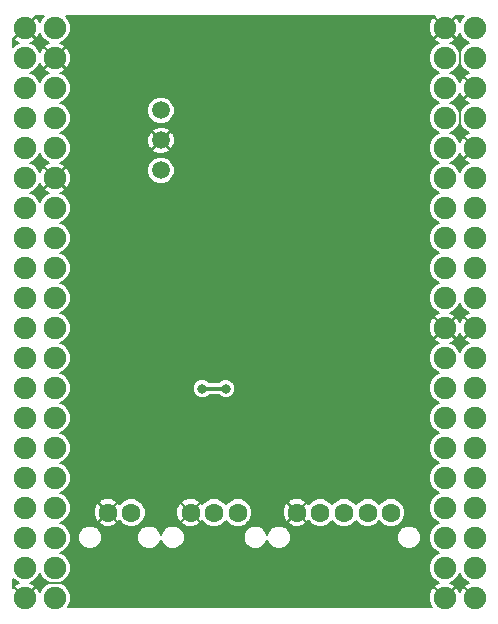
<source format=gbl>
G04 #@! TF.FileFunction,Copper,L2,Bot,Signal*
%FSLAX46Y46*%
G04 Gerber Fmt 4.6, Leading zero omitted, Abs format (unit mm)*
G04 Created by KiCad (PCBNEW 0.201512291232+6408~40~ubuntu14.04.1-stable) date Sun 27 Mar 2016 21:47:00 BST*
%MOMM*%
G01*
G04 APERTURE LIST*
%ADD10C,0.100000*%
%ADD11C,1.500000*%
%ADD12C,1.900000*%
%ADD13C,1.600000*%
%ADD14C,0.800000*%
%ADD15C,0.300000*%
%ADD16C,0.200000*%
G04 APERTURE END LIST*
D10*
D11*
X63000000Y-62540000D03*
X63000000Y-60000000D03*
X63000000Y-57460000D03*
D12*
X51470000Y-98730000D03*
X54010000Y-98730000D03*
X54010000Y-96190000D03*
X51470000Y-96190000D03*
X51470000Y-93650000D03*
X54010000Y-93650000D03*
X54010000Y-91110000D03*
X51470000Y-91110000D03*
X51470000Y-88570000D03*
X54010000Y-88570000D03*
X51470000Y-86030000D03*
X51470000Y-83490000D03*
X51470000Y-80950000D03*
X51470000Y-78410000D03*
X51470000Y-75870000D03*
X51470000Y-73330000D03*
X51470000Y-70790000D03*
X51470000Y-68250000D03*
X51470000Y-65710000D03*
X51470000Y-63170000D03*
X51470000Y-60630000D03*
X51470000Y-58090000D03*
X51470000Y-55550000D03*
X51470000Y-53010000D03*
X54010000Y-53010000D03*
X54010000Y-55550000D03*
X54010000Y-58090000D03*
X54010000Y-60630000D03*
X54010000Y-63170000D03*
X54010000Y-65710000D03*
X54010000Y-68250000D03*
X54010000Y-70790000D03*
X54010000Y-73330000D03*
X54010000Y-75870000D03*
X54010000Y-78410000D03*
X54010000Y-80950000D03*
X54010000Y-83490000D03*
X54010000Y-86030000D03*
X51470000Y-50470000D03*
X54010000Y-50470000D03*
X87030000Y-98730000D03*
X89570000Y-98730000D03*
X87030000Y-96190000D03*
X89570000Y-96190000D03*
X89570000Y-93650000D03*
X87030000Y-93650000D03*
X87030000Y-91110000D03*
X89570000Y-91110000D03*
X89570000Y-88570000D03*
X87030000Y-88570000D03*
X87030000Y-86030000D03*
X89570000Y-86030000D03*
X89570000Y-83490000D03*
X87030000Y-83490000D03*
X87030000Y-80950000D03*
X89570000Y-80950000D03*
X89570000Y-78410000D03*
X87030000Y-78410000D03*
X87030000Y-75870000D03*
X89570000Y-75870000D03*
X89570000Y-73330000D03*
X87030000Y-73330000D03*
X87030000Y-70790000D03*
X89570000Y-70790000D03*
X87030000Y-68250000D03*
X89570000Y-68250000D03*
X87030000Y-65710000D03*
X89570000Y-65710000D03*
X87030000Y-63170000D03*
X89570000Y-63170000D03*
X87030000Y-60630000D03*
X89570000Y-60630000D03*
X87030000Y-58090000D03*
X89570000Y-58090000D03*
X87030000Y-55550000D03*
X89570000Y-55550000D03*
X87030000Y-53010000D03*
X89570000Y-53010000D03*
X87030000Y-50470000D03*
X89570000Y-50470000D03*
D13*
X58500000Y-91500000D03*
X60500000Y-91500000D03*
X74500000Y-91500000D03*
X76500000Y-91500000D03*
X78500000Y-91500000D03*
X80500000Y-91500000D03*
X82500000Y-91500000D03*
X65500000Y-91500000D03*
X67500000Y-91500000D03*
X69500000Y-91500000D03*
D14*
X69750000Y-81000000D03*
X72500000Y-73000000D03*
X67500000Y-73000000D03*
X63500000Y-81000000D03*
X84500000Y-63000000D03*
X82500000Y-63000000D03*
X80500000Y-63000000D03*
X79500000Y-65000000D03*
X79500000Y-67000000D03*
X79500000Y-69000000D03*
X79500000Y-71000000D03*
X79250010Y-77000000D03*
X80050010Y-82000000D03*
X80050010Y-84000000D03*
X80050010Y-86000000D03*
X80500000Y-61000000D03*
X82500000Y-61000000D03*
X84500000Y-61000000D03*
X84500000Y-58000000D03*
X82500000Y-58000000D03*
X80500000Y-58000000D03*
X78500000Y-59000000D03*
X77500000Y-61000000D03*
X77500000Y-63000000D03*
X77500000Y-65000000D03*
X77500000Y-67000000D03*
X77500000Y-69000000D03*
X77500000Y-71000000D03*
X77500000Y-73000000D03*
X77500000Y-75000000D03*
X77500000Y-77000000D03*
X78500000Y-82000000D03*
X78500000Y-84000000D03*
X78500000Y-86000000D03*
X84500000Y-56000000D03*
X82500000Y-56000000D03*
X80500000Y-56000000D03*
X78500000Y-56000000D03*
X76500000Y-56000000D03*
X75500000Y-57000000D03*
X75500000Y-59000000D03*
X75500000Y-61000000D03*
X75500000Y-63000000D03*
X75500000Y-65000000D03*
X75500000Y-67000000D03*
X75500000Y-69000000D03*
X75500000Y-71000000D03*
X75500000Y-73000000D03*
X75500000Y-75000000D03*
X75500000Y-77000000D03*
X76000000Y-82000000D03*
X76000000Y-84000000D03*
X76000000Y-86000000D03*
X82500000Y-73250000D03*
X80500000Y-73250000D03*
X82500000Y-87500000D03*
X80500000Y-87500000D03*
X78500000Y-87500000D03*
X76500000Y-87500000D03*
X85000000Y-65750000D03*
X85000000Y-71750000D03*
X69500000Y-87500000D03*
X67500000Y-87500000D03*
X57500000Y-52500000D03*
X58000000Y-67500000D03*
X56750000Y-69000000D03*
X58000000Y-70500000D03*
X57750000Y-77750000D03*
X57750000Y-80750000D03*
X56500000Y-79250000D03*
X68500000Y-81000000D03*
X66500000Y-81000000D03*
D15*
X82500000Y-63000000D02*
X84500000Y-63000000D01*
X79500000Y-65000000D02*
X79500000Y-64000000D01*
X79500000Y-64000000D02*
X80500000Y-63000000D01*
X79500000Y-69000000D02*
X79500000Y-67000000D01*
X79250010Y-77000000D02*
X79250010Y-71249990D01*
X79250010Y-71249990D02*
X79500000Y-71000000D01*
X80050010Y-82000000D02*
X80050010Y-77800000D01*
X80050010Y-77800000D02*
X79250010Y-77000000D01*
X80050010Y-86000000D02*
X80050010Y-84000000D01*
X84500000Y-61000000D02*
X82500000Y-61000000D01*
X82500000Y-58000000D02*
X84500000Y-58000000D01*
X78500000Y-59000000D02*
X79500000Y-59000000D01*
X79500000Y-59000000D02*
X80500000Y-58000000D01*
X77500000Y-63000000D02*
X77500000Y-61000000D01*
X77500000Y-67000000D02*
X77500000Y-65000000D01*
X77500000Y-71000000D02*
X77500000Y-69000000D01*
X77500000Y-75000000D02*
X77500000Y-73000000D01*
X77500000Y-81000000D02*
X77500000Y-77000000D01*
X78500000Y-82000000D02*
X77500000Y-81000000D01*
X78500000Y-86000000D02*
X78500000Y-84000000D01*
X82500000Y-56000000D02*
X84500000Y-56000000D01*
X78500000Y-56000000D02*
X80500000Y-56000000D01*
X75500000Y-57000000D02*
X76500000Y-56000000D01*
X75500000Y-61000000D02*
X75500000Y-59000000D01*
X75500000Y-65000000D02*
X75500000Y-63000000D01*
X75500000Y-69000000D02*
X75500000Y-67000000D01*
X75500000Y-73000000D02*
X75500000Y-71000000D01*
X75500000Y-77000000D02*
X75500000Y-75000000D01*
X76000000Y-84000000D02*
X76000000Y-82000000D01*
X76500000Y-87500000D02*
X76500000Y-86500000D01*
X76500000Y-86500000D02*
X76000000Y-86000000D01*
D16*
X89570000Y-55550000D02*
X88280001Y-54260001D01*
X87979999Y-51419999D02*
X87030000Y-50470000D01*
X88280001Y-54260001D02*
X88280001Y-51720001D01*
X88280001Y-51720001D02*
X87979999Y-51419999D01*
X89570000Y-60630000D02*
X88280001Y-59340001D01*
X88280001Y-59340001D02*
X88280001Y-56839999D01*
X88280001Y-56839999D02*
X88620001Y-56499999D01*
X88620001Y-56499999D02*
X89570000Y-55550000D01*
X51470000Y-98730000D02*
X52720001Y-97479999D01*
X52720001Y-97479999D02*
X56229999Y-97479999D01*
D15*
X66500000Y-81000000D02*
X68500000Y-81000000D01*
D16*
G36*
X52866193Y-49704288D02*
X52739444Y-50009533D01*
X52630359Y-49729610D01*
X52598081Y-49681303D01*
X52390089Y-49585266D01*
X51505355Y-50470000D01*
X52390089Y-51354734D01*
X52598081Y-51258697D01*
X52740853Y-50933598D01*
X52864858Y-51233715D01*
X53244288Y-51613807D01*
X53549533Y-51740556D01*
X53269610Y-51849641D01*
X53221303Y-51881919D01*
X53125266Y-52089911D01*
X54010000Y-52974645D01*
X54894734Y-52089911D01*
X54798697Y-51881919D01*
X54473598Y-51739147D01*
X54773715Y-51615142D01*
X55153807Y-51235712D01*
X55359765Y-50739710D01*
X55359790Y-50709981D01*
X85674633Y-50709981D01*
X85869641Y-51210390D01*
X85901919Y-51258697D01*
X86109911Y-51354734D01*
X86994645Y-50470000D01*
X86109911Y-49585266D01*
X85901919Y-49681303D01*
X85685967Y-50173037D01*
X85674633Y-50709981D01*
X55359790Y-50709981D01*
X55360234Y-50202647D01*
X55155142Y-49706285D01*
X54924260Y-49475000D01*
X86179855Y-49475000D01*
X86145266Y-49549911D01*
X87030000Y-50434645D01*
X87914734Y-49549911D01*
X87880145Y-49475000D01*
X88655881Y-49475000D01*
X88426193Y-49704288D01*
X88299444Y-50009533D01*
X88190359Y-49729610D01*
X88158081Y-49681303D01*
X87950089Y-49585266D01*
X87065355Y-50470000D01*
X87950089Y-51354734D01*
X88158081Y-51258697D01*
X88300853Y-50933598D01*
X88424858Y-51233715D01*
X88804288Y-51613807D01*
X89108330Y-51740056D01*
X88806285Y-51864858D01*
X88426193Y-52244288D01*
X88299944Y-52548330D01*
X88175142Y-52246285D01*
X87795712Y-51866193D01*
X87490467Y-51739444D01*
X87770390Y-51630359D01*
X87818697Y-51598081D01*
X87914734Y-51390089D01*
X87030000Y-50505355D01*
X86145266Y-51390089D01*
X86241303Y-51598081D01*
X86566402Y-51740853D01*
X86266285Y-51864858D01*
X85886193Y-52244288D01*
X85680235Y-52740290D01*
X85679766Y-53277353D01*
X85884858Y-53773715D01*
X86264288Y-54153807D01*
X86568330Y-54280056D01*
X86266285Y-54404858D01*
X85886193Y-54784288D01*
X85680235Y-55280290D01*
X85679766Y-55817353D01*
X85884858Y-56313715D01*
X86264288Y-56693807D01*
X86568330Y-56820056D01*
X86266285Y-56944858D01*
X85886193Y-57324288D01*
X85680235Y-57820290D01*
X85679766Y-58357353D01*
X85884858Y-58853715D01*
X86264288Y-59233807D01*
X86568330Y-59360056D01*
X86266285Y-59484858D01*
X85886193Y-59864288D01*
X85680235Y-60360290D01*
X85679766Y-60897353D01*
X85884858Y-61393715D01*
X86264288Y-61773807D01*
X86568330Y-61900056D01*
X86266285Y-62024858D01*
X85886193Y-62404288D01*
X85680235Y-62900290D01*
X85679766Y-63437353D01*
X85884858Y-63933715D01*
X86264288Y-64313807D01*
X86568330Y-64440056D01*
X86266285Y-64564858D01*
X85886193Y-64944288D01*
X85680235Y-65440290D01*
X85679766Y-65977353D01*
X85884858Y-66473715D01*
X86264288Y-66853807D01*
X86568330Y-66980056D01*
X86266285Y-67104858D01*
X85886193Y-67484288D01*
X85680235Y-67980290D01*
X85679766Y-68517353D01*
X85884858Y-69013715D01*
X86264288Y-69393807D01*
X86568330Y-69520056D01*
X86266285Y-69644858D01*
X85886193Y-70024288D01*
X85680235Y-70520290D01*
X85679766Y-71057353D01*
X85884858Y-71553715D01*
X86264288Y-71933807D01*
X86568330Y-72060056D01*
X86266285Y-72184858D01*
X85886193Y-72564288D01*
X85680235Y-73060290D01*
X85679766Y-73597353D01*
X85884858Y-74093715D01*
X86264288Y-74473807D01*
X86569533Y-74600556D01*
X86289610Y-74709641D01*
X86241303Y-74741919D01*
X86145266Y-74949911D01*
X87030000Y-75834645D01*
X87914734Y-74949911D01*
X87818697Y-74741919D01*
X87493598Y-74599147D01*
X87793715Y-74475142D01*
X88173807Y-74095712D01*
X88300056Y-73791670D01*
X88424858Y-74093715D01*
X88804288Y-74473807D01*
X89109533Y-74600556D01*
X88829610Y-74709641D01*
X88781303Y-74741919D01*
X88685266Y-74949911D01*
X89570000Y-75834645D01*
X89584143Y-75820503D01*
X89619498Y-75855858D01*
X89605355Y-75870000D01*
X89619498Y-75884143D01*
X89584143Y-75919498D01*
X89570000Y-75905355D01*
X88685266Y-76790089D01*
X88781303Y-76998081D01*
X89106402Y-77140853D01*
X88806285Y-77264858D01*
X88426193Y-77644288D01*
X88299944Y-77948330D01*
X88175142Y-77646285D01*
X87795712Y-77266193D01*
X87490467Y-77139444D01*
X87770390Y-77030359D01*
X87818697Y-76998081D01*
X87914734Y-76790089D01*
X87030000Y-75905355D01*
X86145266Y-76790089D01*
X86241303Y-76998081D01*
X86566402Y-77140853D01*
X86266285Y-77264858D01*
X85886193Y-77644288D01*
X85680235Y-78140290D01*
X85679766Y-78677353D01*
X85884858Y-79173715D01*
X86264288Y-79553807D01*
X86568330Y-79680056D01*
X86266285Y-79804858D01*
X85886193Y-80184288D01*
X85680235Y-80680290D01*
X85679766Y-81217353D01*
X85884858Y-81713715D01*
X86264288Y-82093807D01*
X86568330Y-82220056D01*
X86266285Y-82344858D01*
X85886193Y-82724288D01*
X85680235Y-83220290D01*
X85679766Y-83757353D01*
X85884858Y-84253715D01*
X86264288Y-84633807D01*
X86568330Y-84760056D01*
X86266285Y-84884858D01*
X85886193Y-85264288D01*
X85680235Y-85760290D01*
X85679766Y-86297353D01*
X85884858Y-86793715D01*
X86264288Y-87173807D01*
X86568330Y-87300056D01*
X86266285Y-87424858D01*
X85886193Y-87804288D01*
X85680235Y-88300290D01*
X85679766Y-88837353D01*
X85884858Y-89333715D01*
X86264288Y-89713807D01*
X86568330Y-89840056D01*
X86266285Y-89964858D01*
X85886193Y-90344288D01*
X85680235Y-90840290D01*
X85679766Y-91377353D01*
X85884858Y-91873715D01*
X86264288Y-92253807D01*
X86568330Y-92380056D01*
X86266285Y-92504858D01*
X85886193Y-92884288D01*
X85680235Y-93380290D01*
X85679766Y-93917353D01*
X85884858Y-94413715D01*
X86264288Y-94793807D01*
X86568330Y-94920056D01*
X86266285Y-95044858D01*
X85886193Y-95424288D01*
X85680235Y-95920290D01*
X85679766Y-96457353D01*
X85884858Y-96953715D01*
X86264288Y-97333807D01*
X86569533Y-97460556D01*
X86289610Y-97569641D01*
X86241303Y-97601919D01*
X86145266Y-97809911D01*
X87030000Y-98694645D01*
X87914734Y-97809911D01*
X87818697Y-97601919D01*
X87493598Y-97459147D01*
X87793715Y-97335142D01*
X88173807Y-96955712D01*
X88300056Y-96651670D01*
X88424858Y-96953715D01*
X88804288Y-97333807D01*
X89109533Y-97460556D01*
X88829610Y-97569641D01*
X88781303Y-97601919D01*
X88685266Y-97809911D01*
X89570000Y-98694645D01*
X89584143Y-98680503D01*
X89619498Y-98715858D01*
X89605355Y-98730000D01*
X89619498Y-98744143D01*
X89584143Y-98779498D01*
X89570000Y-98765355D01*
X89555858Y-98779498D01*
X89520503Y-98744143D01*
X89534645Y-98730000D01*
X88649911Y-97845266D01*
X88441919Y-97941303D01*
X88298658Y-98267516D01*
X88190359Y-97989610D01*
X88158081Y-97941303D01*
X87950089Y-97845266D01*
X87065355Y-98730000D01*
X87079498Y-98744143D01*
X87044143Y-98779498D01*
X87030000Y-98765355D01*
X87015858Y-98779498D01*
X86980503Y-98744143D01*
X86994645Y-98730000D01*
X86109911Y-97845266D01*
X85901919Y-97941303D01*
X85685967Y-98433037D01*
X85674633Y-98969981D01*
X85869641Y-99470390D01*
X85901919Y-99518697D01*
X85915570Y-99525000D01*
X55124468Y-99525000D01*
X55153807Y-99495712D01*
X55359765Y-98999710D01*
X55360234Y-98462647D01*
X55155142Y-97966285D01*
X54775712Y-97586193D01*
X54471670Y-97459944D01*
X54773715Y-97335142D01*
X55153807Y-96955712D01*
X55359765Y-96459710D01*
X55360234Y-95922647D01*
X55155142Y-95426285D01*
X54775712Y-95046193D01*
X54471670Y-94919944D01*
X54773715Y-94795142D01*
X55153807Y-94415712D01*
X55359765Y-93919710D01*
X55359871Y-93798040D01*
X55999827Y-93798040D01*
X56151747Y-94165714D01*
X56432806Y-94447264D01*
X56800215Y-94599826D01*
X57198040Y-94600173D01*
X57565714Y-94448253D01*
X57847264Y-94167194D01*
X57999826Y-93799785D01*
X57999827Y-93798040D01*
X60999827Y-93798040D01*
X61151747Y-94165714D01*
X61432806Y-94447264D01*
X61800215Y-94599826D01*
X62198040Y-94600173D01*
X62565714Y-94448253D01*
X62847264Y-94167194D01*
X62999826Y-93799785D01*
X62999828Y-93798041D01*
X63151747Y-94165714D01*
X63432806Y-94447264D01*
X63800215Y-94599826D01*
X64198040Y-94600173D01*
X64565714Y-94448253D01*
X64847264Y-94167194D01*
X64999826Y-93799785D01*
X64999827Y-93798040D01*
X69999827Y-93798040D01*
X70151747Y-94165714D01*
X70432806Y-94447264D01*
X70800215Y-94599826D01*
X71198040Y-94600173D01*
X71565714Y-94448253D01*
X71847264Y-94167194D01*
X71999826Y-93799785D01*
X71999828Y-93798041D01*
X72151747Y-94165714D01*
X72432806Y-94447264D01*
X72800215Y-94599826D01*
X73198040Y-94600173D01*
X73565714Y-94448253D01*
X73847264Y-94167194D01*
X73999826Y-93799785D01*
X73999827Y-93798040D01*
X82999827Y-93798040D01*
X83151747Y-94165714D01*
X83432806Y-94447264D01*
X83800215Y-94599826D01*
X84198040Y-94600173D01*
X84565714Y-94448253D01*
X84847264Y-94167194D01*
X84999826Y-93799785D01*
X85000173Y-93401960D01*
X84848253Y-93034286D01*
X84567194Y-92752736D01*
X84199785Y-92600174D01*
X83801960Y-92599827D01*
X83434286Y-92751747D01*
X83152736Y-93032806D01*
X83000174Y-93400215D01*
X82999827Y-93798040D01*
X73999827Y-93798040D01*
X74000173Y-93401960D01*
X73848253Y-93034286D01*
X73567194Y-92752736D01*
X73199785Y-92600174D01*
X72801960Y-92599827D01*
X72434286Y-92751747D01*
X72152736Y-93032806D01*
X72000174Y-93400215D01*
X72000172Y-93401959D01*
X71848253Y-93034286D01*
X71567194Y-92752736D01*
X71199785Y-92600174D01*
X70801960Y-92599827D01*
X70434286Y-92751747D01*
X70152736Y-93032806D01*
X70000174Y-93400215D01*
X69999827Y-93798040D01*
X64999827Y-93798040D01*
X65000173Y-93401960D01*
X64848253Y-93034286D01*
X64567194Y-92752736D01*
X64199785Y-92600174D01*
X63801960Y-92599827D01*
X63434286Y-92751747D01*
X63152736Y-93032806D01*
X63000174Y-93400215D01*
X63000172Y-93401959D01*
X62848253Y-93034286D01*
X62567194Y-92752736D01*
X62199785Y-92600174D01*
X61801960Y-92599827D01*
X61434286Y-92751747D01*
X61152736Y-93032806D01*
X61000174Y-93400215D01*
X60999827Y-93798040D01*
X57999827Y-93798040D01*
X58000173Y-93401960D01*
X57848253Y-93034286D01*
X57567194Y-92752736D01*
X57199785Y-92600174D01*
X56801960Y-92599827D01*
X56434286Y-92751747D01*
X56152736Y-93032806D01*
X56000174Y-93400215D01*
X55999827Y-93798040D01*
X55359871Y-93798040D01*
X55360234Y-93382647D01*
X55155142Y-92886285D01*
X54775712Y-92506193D01*
X54471670Y-92379944D01*
X54636296Y-92311922D01*
X57723433Y-92311922D01*
X57801214Y-92504328D01*
X58238746Y-92695291D01*
X58716051Y-92704282D01*
X59160464Y-92529933D01*
X59198786Y-92504328D01*
X59276567Y-92311922D01*
X58500000Y-91535355D01*
X57723433Y-92311922D01*
X54636296Y-92311922D01*
X54773715Y-92255142D01*
X55153807Y-91875712D01*
X55220104Y-91716051D01*
X57295718Y-91716051D01*
X57470067Y-92160464D01*
X57495672Y-92198786D01*
X57688078Y-92276567D01*
X58464645Y-91500000D01*
X58535355Y-91500000D01*
X59311922Y-92276567D01*
X59502663Y-92199459D01*
X59819367Y-92516717D01*
X60260258Y-92699791D01*
X60737647Y-92700207D01*
X61178857Y-92517903D01*
X61385198Y-92311922D01*
X64723433Y-92311922D01*
X64801214Y-92504328D01*
X65238746Y-92695291D01*
X65716051Y-92704282D01*
X66160464Y-92529933D01*
X66198786Y-92504328D01*
X66276567Y-92311922D01*
X65500000Y-91535355D01*
X64723433Y-92311922D01*
X61385198Y-92311922D01*
X61516717Y-92180633D01*
X61699791Y-91739742D01*
X61699811Y-91716051D01*
X64295718Y-91716051D01*
X64470067Y-92160464D01*
X64495672Y-92198786D01*
X64688078Y-92276567D01*
X65464645Y-91500000D01*
X65535355Y-91500000D01*
X66311922Y-92276567D01*
X66502663Y-92199459D01*
X66819367Y-92516717D01*
X67260258Y-92699791D01*
X67737647Y-92700207D01*
X68178857Y-92517903D01*
X68500265Y-92197057D01*
X68819367Y-92516717D01*
X69260258Y-92699791D01*
X69737647Y-92700207D01*
X70178857Y-92517903D01*
X70385198Y-92311922D01*
X73723433Y-92311922D01*
X73801214Y-92504328D01*
X74238746Y-92695291D01*
X74716051Y-92704282D01*
X75160464Y-92529933D01*
X75198786Y-92504328D01*
X75276567Y-92311922D01*
X74500000Y-91535355D01*
X73723433Y-92311922D01*
X70385198Y-92311922D01*
X70516717Y-92180633D01*
X70699791Y-91739742D01*
X70699811Y-91716051D01*
X73295718Y-91716051D01*
X73470067Y-92160464D01*
X73495672Y-92198786D01*
X73688078Y-92276567D01*
X74464645Y-91500000D01*
X74535355Y-91500000D01*
X75311922Y-92276567D01*
X75502663Y-92199459D01*
X75819367Y-92516717D01*
X76260258Y-92699791D01*
X76737647Y-92700207D01*
X77178857Y-92517903D01*
X77500265Y-92197057D01*
X77819367Y-92516717D01*
X78260258Y-92699791D01*
X78737647Y-92700207D01*
X79178857Y-92517903D01*
X79500265Y-92197057D01*
X79819367Y-92516717D01*
X80260258Y-92699791D01*
X80737647Y-92700207D01*
X81178857Y-92517903D01*
X81500265Y-92197057D01*
X81819367Y-92516717D01*
X82260258Y-92699791D01*
X82737647Y-92700207D01*
X83178857Y-92517903D01*
X83516717Y-92180633D01*
X83699791Y-91739742D01*
X83700207Y-91262353D01*
X83517903Y-90821143D01*
X83180633Y-90483283D01*
X82739742Y-90300209D01*
X82262353Y-90299793D01*
X81821143Y-90482097D01*
X81499735Y-90802943D01*
X81180633Y-90483283D01*
X80739742Y-90300209D01*
X80262353Y-90299793D01*
X79821143Y-90482097D01*
X79499735Y-90802943D01*
X79180633Y-90483283D01*
X78739742Y-90300209D01*
X78262353Y-90299793D01*
X77821143Y-90482097D01*
X77499735Y-90802943D01*
X77180633Y-90483283D01*
X76739742Y-90300209D01*
X76262353Y-90299793D01*
X75821143Y-90482097D01*
X75502292Y-90800391D01*
X75311922Y-90723433D01*
X74535355Y-91500000D01*
X74464645Y-91500000D01*
X73688078Y-90723433D01*
X73495672Y-90801214D01*
X73304709Y-91238746D01*
X73295718Y-91716051D01*
X70699811Y-91716051D01*
X70700207Y-91262353D01*
X70517903Y-90821143D01*
X70385071Y-90688078D01*
X73723433Y-90688078D01*
X74500000Y-91464645D01*
X75276567Y-90688078D01*
X75198786Y-90495672D01*
X74761254Y-90304709D01*
X74283949Y-90295718D01*
X73839536Y-90470067D01*
X73801214Y-90495672D01*
X73723433Y-90688078D01*
X70385071Y-90688078D01*
X70180633Y-90483283D01*
X69739742Y-90300209D01*
X69262353Y-90299793D01*
X68821143Y-90482097D01*
X68499735Y-90802943D01*
X68180633Y-90483283D01*
X67739742Y-90300209D01*
X67262353Y-90299793D01*
X66821143Y-90482097D01*
X66502292Y-90800391D01*
X66311922Y-90723433D01*
X65535355Y-91500000D01*
X65464645Y-91500000D01*
X64688078Y-90723433D01*
X64495672Y-90801214D01*
X64304709Y-91238746D01*
X64295718Y-91716051D01*
X61699811Y-91716051D01*
X61700207Y-91262353D01*
X61517903Y-90821143D01*
X61385071Y-90688078D01*
X64723433Y-90688078D01*
X65500000Y-91464645D01*
X66276567Y-90688078D01*
X66198786Y-90495672D01*
X65761254Y-90304709D01*
X65283949Y-90295718D01*
X64839536Y-90470067D01*
X64801214Y-90495672D01*
X64723433Y-90688078D01*
X61385071Y-90688078D01*
X61180633Y-90483283D01*
X60739742Y-90300209D01*
X60262353Y-90299793D01*
X59821143Y-90482097D01*
X59502292Y-90800391D01*
X59311922Y-90723433D01*
X58535355Y-91500000D01*
X58464645Y-91500000D01*
X57688078Y-90723433D01*
X57495672Y-90801214D01*
X57304709Y-91238746D01*
X57295718Y-91716051D01*
X55220104Y-91716051D01*
X55359765Y-91379710D01*
X55360234Y-90842647D01*
X55296368Y-90688078D01*
X57723433Y-90688078D01*
X58500000Y-91464645D01*
X59276567Y-90688078D01*
X59198786Y-90495672D01*
X58761254Y-90304709D01*
X58283949Y-90295718D01*
X57839536Y-90470067D01*
X57801214Y-90495672D01*
X57723433Y-90688078D01*
X55296368Y-90688078D01*
X55155142Y-90346285D01*
X54775712Y-89966193D01*
X54471670Y-89839944D01*
X54773715Y-89715142D01*
X55153807Y-89335712D01*
X55359765Y-88839710D01*
X55360234Y-88302647D01*
X55155142Y-87806285D01*
X54775712Y-87426193D01*
X54471670Y-87299944D01*
X54773715Y-87175142D01*
X55153807Y-86795712D01*
X55359765Y-86299710D01*
X55360234Y-85762647D01*
X55155142Y-85266285D01*
X54775712Y-84886193D01*
X54471670Y-84759944D01*
X54773715Y-84635142D01*
X55153807Y-84255712D01*
X55359765Y-83759710D01*
X55360234Y-83222647D01*
X55155142Y-82726285D01*
X54775712Y-82346193D01*
X54471670Y-82219944D01*
X54773715Y-82095142D01*
X55153807Y-81715712D01*
X55359765Y-81219710D01*
X55359818Y-81158432D01*
X65699861Y-81158432D01*
X65821397Y-81452572D01*
X66046245Y-81677812D01*
X66340172Y-81799861D01*
X66658432Y-81800139D01*
X66952572Y-81678603D01*
X67081399Y-81550000D01*
X67918655Y-81550000D01*
X68046245Y-81677812D01*
X68340172Y-81799861D01*
X68658432Y-81800139D01*
X68952572Y-81678603D01*
X69177812Y-81453755D01*
X69299861Y-81159828D01*
X69300139Y-80841568D01*
X69178603Y-80547428D01*
X68953755Y-80322188D01*
X68659828Y-80200139D01*
X68341568Y-80199861D01*
X68047428Y-80321397D01*
X67918601Y-80450000D01*
X67081345Y-80450000D01*
X66953755Y-80322188D01*
X66659828Y-80200139D01*
X66341568Y-80199861D01*
X66047428Y-80321397D01*
X65822188Y-80546245D01*
X65700139Y-80840172D01*
X65699861Y-81158432D01*
X55359818Y-81158432D01*
X55360234Y-80682647D01*
X55155142Y-80186285D01*
X54775712Y-79806193D01*
X54471670Y-79679944D01*
X54773715Y-79555142D01*
X55153807Y-79175712D01*
X55359765Y-78679710D01*
X55360234Y-78142647D01*
X55155142Y-77646285D01*
X54775712Y-77266193D01*
X54471670Y-77139944D01*
X54773715Y-77015142D01*
X55153807Y-76635712D01*
X55359765Y-76139710D01*
X55359790Y-76109981D01*
X85674633Y-76109981D01*
X85869641Y-76610390D01*
X85901919Y-76658697D01*
X86109911Y-76754734D01*
X86994645Y-75870000D01*
X87065355Y-75870000D01*
X87950089Y-76754734D01*
X88158081Y-76658697D01*
X88301342Y-76332484D01*
X88409641Y-76610390D01*
X88441919Y-76658697D01*
X88649911Y-76754734D01*
X89534645Y-75870000D01*
X88649911Y-74985266D01*
X88441919Y-75081303D01*
X88298658Y-75407516D01*
X88190359Y-75129610D01*
X88158081Y-75081303D01*
X87950089Y-74985266D01*
X87065355Y-75870000D01*
X86994645Y-75870000D01*
X86109911Y-74985266D01*
X85901919Y-75081303D01*
X85685967Y-75573037D01*
X85674633Y-76109981D01*
X55359790Y-76109981D01*
X55360234Y-75602647D01*
X55155142Y-75106285D01*
X54775712Y-74726193D01*
X54471670Y-74599944D01*
X54773715Y-74475142D01*
X55153807Y-74095712D01*
X55359765Y-73599710D01*
X55360234Y-73062647D01*
X55155142Y-72566285D01*
X54775712Y-72186193D01*
X54471670Y-72059944D01*
X54773715Y-71935142D01*
X55153807Y-71555712D01*
X55359765Y-71059710D01*
X55360234Y-70522647D01*
X55155142Y-70026285D01*
X54775712Y-69646193D01*
X54471670Y-69519944D01*
X54773715Y-69395142D01*
X55153807Y-69015712D01*
X55359765Y-68519710D01*
X55360234Y-67982647D01*
X55155142Y-67486285D01*
X54775712Y-67106193D01*
X54471670Y-66979944D01*
X54773715Y-66855142D01*
X55153807Y-66475712D01*
X55359765Y-65979710D01*
X55360234Y-65442647D01*
X55155142Y-64946285D01*
X54775712Y-64566193D01*
X54470467Y-64439444D01*
X54750390Y-64330359D01*
X54798697Y-64298081D01*
X54894734Y-64090089D01*
X54010000Y-63205355D01*
X53125266Y-64090089D01*
X53221303Y-64298081D01*
X53546402Y-64440853D01*
X53246285Y-64564858D01*
X52866193Y-64944288D01*
X52739944Y-65248330D01*
X52615142Y-64946285D01*
X52235712Y-64566193D01*
X51931670Y-64439944D01*
X52233715Y-64315142D01*
X52613807Y-63935712D01*
X52740556Y-63630467D01*
X52849641Y-63910390D01*
X52881919Y-63958697D01*
X53089911Y-64054734D01*
X53974645Y-63170000D01*
X54045355Y-63170000D01*
X54930089Y-64054734D01*
X55138081Y-63958697D01*
X55354033Y-63466963D01*
X55365367Y-62930019D01*
X55302130Y-62767746D01*
X61849801Y-62767746D01*
X62024509Y-63190572D01*
X62347727Y-63514354D01*
X62770247Y-63689800D01*
X63227746Y-63690199D01*
X63650572Y-63515491D01*
X63974354Y-63192273D01*
X64149800Y-62769753D01*
X64150199Y-62312254D01*
X63975491Y-61889428D01*
X63652273Y-61565646D01*
X63229753Y-61390200D01*
X62772254Y-61389801D01*
X62349428Y-61564509D01*
X62025646Y-61887727D01*
X61850200Y-62310247D01*
X61849801Y-62767746D01*
X55302130Y-62767746D01*
X55170359Y-62429610D01*
X55138081Y-62381303D01*
X54930089Y-62285266D01*
X54045355Y-63170000D01*
X53974645Y-63170000D01*
X53089911Y-62285266D01*
X52881919Y-62381303D01*
X52739147Y-62706402D01*
X52615142Y-62406285D01*
X52235712Y-62026193D01*
X51931670Y-61899944D01*
X52233715Y-61775142D01*
X52613807Y-61395712D01*
X52740056Y-61091670D01*
X52864858Y-61393715D01*
X53244288Y-61773807D01*
X53549533Y-61900556D01*
X53269610Y-62009641D01*
X53221303Y-62041919D01*
X53125266Y-62249911D01*
X54010000Y-63134645D01*
X54894734Y-62249911D01*
X54798697Y-62041919D01*
X54473598Y-61899147D01*
X54773715Y-61775142D01*
X55153807Y-61395712D01*
X55359765Y-60899710D01*
X55359873Y-60775865D01*
X62259490Y-60775865D01*
X62331187Y-60963076D01*
X62750650Y-61145710D01*
X63208075Y-61153920D01*
X63633823Y-60986456D01*
X63668813Y-60963076D01*
X63740510Y-60775865D01*
X63000000Y-60035355D01*
X62259490Y-60775865D01*
X55359873Y-60775865D01*
X55360234Y-60362647D01*
X55296367Y-60208075D01*
X61846080Y-60208075D01*
X62013544Y-60633823D01*
X62036924Y-60668813D01*
X62224135Y-60740510D01*
X62964645Y-60000000D01*
X63035355Y-60000000D01*
X63775865Y-60740510D01*
X63963076Y-60668813D01*
X64145710Y-60249350D01*
X64153920Y-59791925D01*
X63986456Y-59366177D01*
X63963076Y-59331187D01*
X63775865Y-59259490D01*
X63035355Y-60000000D01*
X62964645Y-60000000D01*
X62224135Y-59259490D01*
X62036924Y-59331187D01*
X61854290Y-59750650D01*
X61846080Y-60208075D01*
X55296367Y-60208075D01*
X55155142Y-59866285D01*
X54775712Y-59486193D01*
X54471670Y-59359944D01*
X54773715Y-59235142D01*
X54784741Y-59224135D01*
X62259490Y-59224135D01*
X63000000Y-59964645D01*
X63740510Y-59224135D01*
X63668813Y-59036924D01*
X63249350Y-58854290D01*
X62791925Y-58846080D01*
X62366177Y-59013544D01*
X62331187Y-59036924D01*
X62259490Y-59224135D01*
X54784741Y-59224135D01*
X55153807Y-58855712D01*
X55359765Y-58359710D01*
X55360234Y-57822647D01*
X55304495Y-57687746D01*
X61849801Y-57687746D01*
X62024509Y-58110572D01*
X62347727Y-58434354D01*
X62770247Y-58609800D01*
X63227746Y-58610199D01*
X63650572Y-58435491D01*
X63974354Y-58112273D01*
X64149800Y-57689753D01*
X64150199Y-57232254D01*
X63975491Y-56809428D01*
X63652273Y-56485646D01*
X63229753Y-56310200D01*
X62772254Y-56309801D01*
X62349428Y-56484509D01*
X62025646Y-56807727D01*
X61850200Y-57230247D01*
X61849801Y-57687746D01*
X55304495Y-57687746D01*
X55155142Y-57326285D01*
X54775712Y-56946193D01*
X54471670Y-56819944D01*
X54773715Y-56695142D01*
X55153807Y-56315712D01*
X55359765Y-55819710D01*
X55360234Y-55282647D01*
X55155142Y-54786285D01*
X54775712Y-54406193D01*
X54470467Y-54279444D01*
X54750390Y-54170359D01*
X54798697Y-54138081D01*
X54894734Y-53930089D01*
X54010000Y-53045355D01*
X53125266Y-53930089D01*
X53221303Y-54138081D01*
X53546402Y-54280853D01*
X53246285Y-54404858D01*
X52866193Y-54784288D01*
X52739944Y-55088330D01*
X52615142Y-54786285D01*
X52235712Y-54406193D01*
X51931670Y-54279944D01*
X52233715Y-54155142D01*
X52613807Y-53775712D01*
X52740556Y-53470467D01*
X52849641Y-53750390D01*
X52881919Y-53798697D01*
X53089911Y-53894734D01*
X53974645Y-53010000D01*
X54045355Y-53010000D01*
X54930089Y-53894734D01*
X55138081Y-53798697D01*
X55354033Y-53306963D01*
X55365367Y-52770019D01*
X55170359Y-52269610D01*
X55138081Y-52221303D01*
X54930089Y-52125266D01*
X54045355Y-53010000D01*
X53974645Y-53010000D01*
X53089911Y-52125266D01*
X52881919Y-52221303D01*
X52739147Y-52546402D01*
X52615142Y-52246285D01*
X52235712Y-51866193D01*
X51930467Y-51739444D01*
X52210390Y-51630359D01*
X52258697Y-51598081D01*
X52354734Y-51390089D01*
X51470000Y-50505355D01*
X50585266Y-51390089D01*
X50681303Y-51598081D01*
X51006402Y-51740853D01*
X50706285Y-51864858D01*
X50475000Y-52095740D01*
X50475000Y-51320145D01*
X50549911Y-51354734D01*
X51434645Y-50470000D01*
X51420503Y-50455858D01*
X51455858Y-50420503D01*
X51470000Y-50434645D01*
X52354734Y-49549911D01*
X52320145Y-49475000D01*
X53095881Y-49475000D01*
X52866193Y-49704288D01*
X52866193Y-49704288D01*
G37*
X52866193Y-49704288D02*
X52739444Y-50009533D01*
X52630359Y-49729610D01*
X52598081Y-49681303D01*
X52390089Y-49585266D01*
X51505355Y-50470000D01*
X52390089Y-51354734D01*
X52598081Y-51258697D01*
X52740853Y-50933598D01*
X52864858Y-51233715D01*
X53244288Y-51613807D01*
X53549533Y-51740556D01*
X53269610Y-51849641D01*
X53221303Y-51881919D01*
X53125266Y-52089911D01*
X54010000Y-52974645D01*
X54894734Y-52089911D01*
X54798697Y-51881919D01*
X54473598Y-51739147D01*
X54773715Y-51615142D01*
X55153807Y-51235712D01*
X55359765Y-50739710D01*
X55359790Y-50709981D01*
X85674633Y-50709981D01*
X85869641Y-51210390D01*
X85901919Y-51258697D01*
X86109911Y-51354734D01*
X86994645Y-50470000D01*
X86109911Y-49585266D01*
X85901919Y-49681303D01*
X85685967Y-50173037D01*
X85674633Y-50709981D01*
X55359790Y-50709981D01*
X55360234Y-50202647D01*
X55155142Y-49706285D01*
X54924260Y-49475000D01*
X86179855Y-49475000D01*
X86145266Y-49549911D01*
X87030000Y-50434645D01*
X87914734Y-49549911D01*
X87880145Y-49475000D01*
X88655881Y-49475000D01*
X88426193Y-49704288D01*
X88299444Y-50009533D01*
X88190359Y-49729610D01*
X88158081Y-49681303D01*
X87950089Y-49585266D01*
X87065355Y-50470000D01*
X87950089Y-51354734D01*
X88158081Y-51258697D01*
X88300853Y-50933598D01*
X88424858Y-51233715D01*
X88804288Y-51613807D01*
X89108330Y-51740056D01*
X88806285Y-51864858D01*
X88426193Y-52244288D01*
X88299944Y-52548330D01*
X88175142Y-52246285D01*
X87795712Y-51866193D01*
X87490467Y-51739444D01*
X87770390Y-51630359D01*
X87818697Y-51598081D01*
X87914734Y-51390089D01*
X87030000Y-50505355D01*
X86145266Y-51390089D01*
X86241303Y-51598081D01*
X86566402Y-51740853D01*
X86266285Y-51864858D01*
X85886193Y-52244288D01*
X85680235Y-52740290D01*
X85679766Y-53277353D01*
X85884858Y-53773715D01*
X86264288Y-54153807D01*
X86568330Y-54280056D01*
X86266285Y-54404858D01*
X85886193Y-54784288D01*
X85680235Y-55280290D01*
X85679766Y-55817353D01*
X85884858Y-56313715D01*
X86264288Y-56693807D01*
X86568330Y-56820056D01*
X86266285Y-56944858D01*
X85886193Y-57324288D01*
X85680235Y-57820290D01*
X85679766Y-58357353D01*
X85884858Y-58853715D01*
X86264288Y-59233807D01*
X86568330Y-59360056D01*
X86266285Y-59484858D01*
X85886193Y-59864288D01*
X85680235Y-60360290D01*
X85679766Y-60897353D01*
X85884858Y-61393715D01*
X86264288Y-61773807D01*
X86568330Y-61900056D01*
X86266285Y-62024858D01*
X85886193Y-62404288D01*
X85680235Y-62900290D01*
X85679766Y-63437353D01*
X85884858Y-63933715D01*
X86264288Y-64313807D01*
X86568330Y-64440056D01*
X86266285Y-64564858D01*
X85886193Y-64944288D01*
X85680235Y-65440290D01*
X85679766Y-65977353D01*
X85884858Y-66473715D01*
X86264288Y-66853807D01*
X86568330Y-66980056D01*
X86266285Y-67104858D01*
X85886193Y-67484288D01*
X85680235Y-67980290D01*
X85679766Y-68517353D01*
X85884858Y-69013715D01*
X86264288Y-69393807D01*
X86568330Y-69520056D01*
X86266285Y-69644858D01*
X85886193Y-70024288D01*
X85680235Y-70520290D01*
X85679766Y-71057353D01*
X85884858Y-71553715D01*
X86264288Y-71933807D01*
X86568330Y-72060056D01*
X86266285Y-72184858D01*
X85886193Y-72564288D01*
X85680235Y-73060290D01*
X85679766Y-73597353D01*
X85884858Y-74093715D01*
X86264288Y-74473807D01*
X86569533Y-74600556D01*
X86289610Y-74709641D01*
X86241303Y-74741919D01*
X86145266Y-74949911D01*
X87030000Y-75834645D01*
X87914734Y-74949911D01*
X87818697Y-74741919D01*
X87493598Y-74599147D01*
X87793715Y-74475142D01*
X88173807Y-74095712D01*
X88300056Y-73791670D01*
X88424858Y-74093715D01*
X88804288Y-74473807D01*
X89109533Y-74600556D01*
X88829610Y-74709641D01*
X88781303Y-74741919D01*
X88685266Y-74949911D01*
X89570000Y-75834645D01*
X89584143Y-75820503D01*
X89619498Y-75855858D01*
X89605355Y-75870000D01*
X89619498Y-75884143D01*
X89584143Y-75919498D01*
X89570000Y-75905355D01*
X88685266Y-76790089D01*
X88781303Y-76998081D01*
X89106402Y-77140853D01*
X88806285Y-77264858D01*
X88426193Y-77644288D01*
X88299944Y-77948330D01*
X88175142Y-77646285D01*
X87795712Y-77266193D01*
X87490467Y-77139444D01*
X87770390Y-77030359D01*
X87818697Y-76998081D01*
X87914734Y-76790089D01*
X87030000Y-75905355D01*
X86145266Y-76790089D01*
X86241303Y-76998081D01*
X86566402Y-77140853D01*
X86266285Y-77264858D01*
X85886193Y-77644288D01*
X85680235Y-78140290D01*
X85679766Y-78677353D01*
X85884858Y-79173715D01*
X86264288Y-79553807D01*
X86568330Y-79680056D01*
X86266285Y-79804858D01*
X85886193Y-80184288D01*
X85680235Y-80680290D01*
X85679766Y-81217353D01*
X85884858Y-81713715D01*
X86264288Y-82093807D01*
X86568330Y-82220056D01*
X86266285Y-82344858D01*
X85886193Y-82724288D01*
X85680235Y-83220290D01*
X85679766Y-83757353D01*
X85884858Y-84253715D01*
X86264288Y-84633807D01*
X86568330Y-84760056D01*
X86266285Y-84884858D01*
X85886193Y-85264288D01*
X85680235Y-85760290D01*
X85679766Y-86297353D01*
X85884858Y-86793715D01*
X86264288Y-87173807D01*
X86568330Y-87300056D01*
X86266285Y-87424858D01*
X85886193Y-87804288D01*
X85680235Y-88300290D01*
X85679766Y-88837353D01*
X85884858Y-89333715D01*
X86264288Y-89713807D01*
X86568330Y-89840056D01*
X86266285Y-89964858D01*
X85886193Y-90344288D01*
X85680235Y-90840290D01*
X85679766Y-91377353D01*
X85884858Y-91873715D01*
X86264288Y-92253807D01*
X86568330Y-92380056D01*
X86266285Y-92504858D01*
X85886193Y-92884288D01*
X85680235Y-93380290D01*
X85679766Y-93917353D01*
X85884858Y-94413715D01*
X86264288Y-94793807D01*
X86568330Y-94920056D01*
X86266285Y-95044858D01*
X85886193Y-95424288D01*
X85680235Y-95920290D01*
X85679766Y-96457353D01*
X85884858Y-96953715D01*
X86264288Y-97333807D01*
X86569533Y-97460556D01*
X86289610Y-97569641D01*
X86241303Y-97601919D01*
X86145266Y-97809911D01*
X87030000Y-98694645D01*
X87914734Y-97809911D01*
X87818697Y-97601919D01*
X87493598Y-97459147D01*
X87793715Y-97335142D01*
X88173807Y-96955712D01*
X88300056Y-96651670D01*
X88424858Y-96953715D01*
X88804288Y-97333807D01*
X89109533Y-97460556D01*
X88829610Y-97569641D01*
X88781303Y-97601919D01*
X88685266Y-97809911D01*
X89570000Y-98694645D01*
X89584143Y-98680503D01*
X89619498Y-98715858D01*
X89605355Y-98730000D01*
X89619498Y-98744143D01*
X89584143Y-98779498D01*
X89570000Y-98765355D01*
X89555858Y-98779498D01*
X89520503Y-98744143D01*
X89534645Y-98730000D01*
X88649911Y-97845266D01*
X88441919Y-97941303D01*
X88298658Y-98267516D01*
X88190359Y-97989610D01*
X88158081Y-97941303D01*
X87950089Y-97845266D01*
X87065355Y-98730000D01*
X87079498Y-98744143D01*
X87044143Y-98779498D01*
X87030000Y-98765355D01*
X87015858Y-98779498D01*
X86980503Y-98744143D01*
X86994645Y-98730000D01*
X86109911Y-97845266D01*
X85901919Y-97941303D01*
X85685967Y-98433037D01*
X85674633Y-98969981D01*
X85869641Y-99470390D01*
X85901919Y-99518697D01*
X85915570Y-99525000D01*
X55124468Y-99525000D01*
X55153807Y-99495712D01*
X55359765Y-98999710D01*
X55360234Y-98462647D01*
X55155142Y-97966285D01*
X54775712Y-97586193D01*
X54471670Y-97459944D01*
X54773715Y-97335142D01*
X55153807Y-96955712D01*
X55359765Y-96459710D01*
X55360234Y-95922647D01*
X55155142Y-95426285D01*
X54775712Y-95046193D01*
X54471670Y-94919944D01*
X54773715Y-94795142D01*
X55153807Y-94415712D01*
X55359765Y-93919710D01*
X55359871Y-93798040D01*
X55999827Y-93798040D01*
X56151747Y-94165714D01*
X56432806Y-94447264D01*
X56800215Y-94599826D01*
X57198040Y-94600173D01*
X57565714Y-94448253D01*
X57847264Y-94167194D01*
X57999826Y-93799785D01*
X57999827Y-93798040D01*
X60999827Y-93798040D01*
X61151747Y-94165714D01*
X61432806Y-94447264D01*
X61800215Y-94599826D01*
X62198040Y-94600173D01*
X62565714Y-94448253D01*
X62847264Y-94167194D01*
X62999826Y-93799785D01*
X62999828Y-93798041D01*
X63151747Y-94165714D01*
X63432806Y-94447264D01*
X63800215Y-94599826D01*
X64198040Y-94600173D01*
X64565714Y-94448253D01*
X64847264Y-94167194D01*
X64999826Y-93799785D01*
X64999827Y-93798040D01*
X69999827Y-93798040D01*
X70151747Y-94165714D01*
X70432806Y-94447264D01*
X70800215Y-94599826D01*
X71198040Y-94600173D01*
X71565714Y-94448253D01*
X71847264Y-94167194D01*
X71999826Y-93799785D01*
X71999828Y-93798041D01*
X72151747Y-94165714D01*
X72432806Y-94447264D01*
X72800215Y-94599826D01*
X73198040Y-94600173D01*
X73565714Y-94448253D01*
X73847264Y-94167194D01*
X73999826Y-93799785D01*
X73999827Y-93798040D01*
X82999827Y-93798040D01*
X83151747Y-94165714D01*
X83432806Y-94447264D01*
X83800215Y-94599826D01*
X84198040Y-94600173D01*
X84565714Y-94448253D01*
X84847264Y-94167194D01*
X84999826Y-93799785D01*
X85000173Y-93401960D01*
X84848253Y-93034286D01*
X84567194Y-92752736D01*
X84199785Y-92600174D01*
X83801960Y-92599827D01*
X83434286Y-92751747D01*
X83152736Y-93032806D01*
X83000174Y-93400215D01*
X82999827Y-93798040D01*
X73999827Y-93798040D01*
X74000173Y-93401960D01*
X73848253Y-93034286D01*
X73567194Y-92752736D01*
X73199785Y-92600174D01*
X72801960Y-92599827D01*
X72434286Y-92751747D01*
X72152736Y-93032806D01*
X72000174Y-93400215D01*
X72000172Y-93401959D01*
X71848253Y-93034286D01*
X71567194Y-92752736D01*
X71199785Y-92600174D01*
X70801960Y-92599827D01*
X70434286Y-92751747D01*
X70152736Y-93032806D01*
X70000174Y-93400215D01*
X69999827Y-93798040D01*
X64999827Y-93798040D01*
X65000173Y-93401960D01*
X64848253Y-93034286D01*
X64567194Y-92752736D01*
X64199785Y-92600174D01*
X63801960Y-92599827D01*
X63434286Y-92751747D01*
X63152736Y-93032806D01*
X63000174Y-93400215D01*
X63000172Y-93401959D01*
X62848253Y-93034286D01*
X62567194Y-92752736D01*
X62199785Y-92600174D01*
X61801960Y-92599827D01*
X61434286Y-92751747D01*
X61152736Y-93032806D01*
X61000174Y-93400215D01*
X60999827Y-93798040D01*
X57999827Y-93798040D01*
X58000173Y-93401960D01*
X57848253Y-93034286D01*
X57567194Y-92752736D01*
X57199785Y-92600174D01*
X56801960Y-92599827D01*
X56434286Y-92751747D01*
X56152736Y-93032806D01*
X56000174Y-93400215D01*
X55999827Y-93798040D01*
X55359871Y-93798040D01*
X55360234Y-93382647D01*
X55155142Y-92886285D01*
X54775712Y-92506193D01*
X54471670Y-92379944D01*
X54636296Y-92311922D01*
X57723433Y-92311922D01*
X57801214Y-92504328D01*
X58238746Y-92695291D01*
X58716051Y-92704282D01*
X59160464Y-92529933D01*
X59198786Y-92504328D01*
X59276567Y-92311922D01*
X58500000Y-91535355D01*
X57723433Y-92311922D01*
X54636296Y-92311922D01*
X54773715Y-92255142D01*
X55153807Y-91875712D01*
X55220104Y-91716051D01*
X57295718Y-91716051D01*
X57470067Y-92160464D01*
X57495672Y-92198786D01*
X57688078Y-92276567D01*
X58464645Y-91500000D01*
X58535355Y-91500000D01*
X59311922Y-92276567D01*
X59502663Y-92199459D01*
X59819367Y-92516717D01*
X60260258Y-92699791D01*
X60737647Y-92700207D01*
X61178857Y-92517903D01*
X61385198Y-92311922D01*
X64723433Y-92311922D01*
X64801214Y-92504328D01*
X65238746Y-92695291D01*
X65716051Y-92704282D01*
X66160464Y-92529933D01*
X66198786Y-92504328D01*
X66276567Y-92311922D01*
X65500000Y-91535355D01*
X64723433Y-92311922D01*
X61385198Y-92311922D01*
X61516717Y-92180633D01*
X61699791Y-91739742D01*
X61699811Y-91716051D01*
X64295718Y-91716051D01*
X64470067Y-92160464D01*
X64495672Y-92198786D01*
X64688078Y-92276567D01*
X65464645Y-91500000D01*
X65535355Y-91500000D01*
X66311922Y-92276567D01*
X66502663Y-92199459D01*
X66819367Y-92516717D01*
X67260258Y-92699791D01*
X67737647Y-92700207D01*
X68178857Y-92517903D01*
X68500265Y-92197057D01*
X68819367Y-92516717D01*
X69260258Y-92699791D01*
X69737647Y-92700207D01*
X70178857Y-92517903D01*
X70385198Y-92311922D01*
X73723433Y-92311922D01*
X73801214Y-92504328D01*
X74238746Y-92695291D01*
X74716051Y-92704282D01*
X75160464Y-92529933D01*
X75198786Y-92504328D01*
X75276567Y-92311922D01*
X74500000Y-91535355D01*
X73723433Y-92311922D01*
X70385198Y-92311922D01*
X70516717Y-92180633D01*
X70699791Y-91739742D01*
X70699811Y-91716051D01*
X73295718Y-91716051D01*
X73470067Y-92160464D01*
X73495672Y-92198786D01*
X73688078Y-92276567D01*
X74464645Y-91500000D01*
X74535355Y-91500000D01*
X75311922Y-92276567D01*
X75502663Y-92199459D01*
X75819367Y-92516717D01*
X76260258Y-92699791D01*
X76737647Y-92700207D01*
X77178857Y-92517903D01*
X77500265Y-92197057D01*
X77819367Y-92516717D01*
X78260258Y-92699791D01*
X78737647Y-92700207D01*
X79178857Y-92517903D01*
X79500265Y-92197057D01*
X79819367Y-92516717D01*
X80260258Y-92699791D01*
X80737647Y-92700207D01*
X81178857Y-92517903D01*
X81500265Y-92197057D01*
X81819367Y-92516717D01*
X82260258Y-92699791D01*
X82737647Y-92700207D01*
X83178857Y-92517903D01*
X83516717Y-92180633D01*
X83699791Y-91739742D01*
X83700207Y-91262353D01*
X83517903Y-90821143D01*
X83180633Y-90483283D01*
X82739742Y-90300209D01*
X82262353Y-90299793D01*
X81821143Y-90482097D01*
X81499735Y-90802943D01*
X81180633Y-90483283D01*
X80739742Y-90300209D01*
X80262353Y-90299793D01*
X79821143Y-90482097D01*
X79499735Y-90802943D01*
X79180633Y-90483283D01*
X78739742Y-90300209D01*
X78262353Y-90299793D01*
X77821143Y-90482097D01*
X77499735Y-90802943D01*
X77180633Y-90483283D01*
X76739742Y-90300209D01*
X76262353Y-90299793D01*
X75821143Y-90482097D01*
X75502292Y-90800391D01*
X75311922Y-90723433D01*
X74535355Y-91500000D01*
X74464645Y-91500000D01*
X73688078Y-90723433D01*
X73495672Y-90801214D01*
X73304709Y-91238746D01*
X73295718Y-91716051D01*
X70699811Y-91716051D01*
X70700207Y-91262353D01*
X70517903Y-90821143D01*
X70385071Y-90688078D01*
X73723433Y-90688078D01*
X74500000Y-91464645D01*
X75276567Y-90688078D01*
X75198786Y-90495672D01*
X74761254Y-90304709D01*
X74283949Y-90295718D01*
X73839536Y-90470067D01*
X73801214Y-90495672D01*
X73723433Y-90688078D01*
X70385071Y-90688078D01*
X70180633Y-90483283D01*
X69739742Y-90300209D01*
X69262353Y-90299793D01*
X68821143Y-90482097D01*
X68499735Y-90802943D01*
X68180633Y-90483283D01*
X67739742Y-90300209D01*
X67262353Y-90299793D01*
X66821143Y-90482097D01*
X66502292Y-90800391D01*
X66311922Y-90723433D01*
X65535355Y-91500000D01*
X65464645Y-91500000D01*
X64688078Y-90723433D01*
X64495672Y-90801214D01*
X64304709Y-91238746D01*
X64295718Y-91716051D01*
X61699811Y-91716051D01*
X61700207Y-91262353D01*
X61517903Y-90821143D01*
X61385071Y-90688078D01*
X64723433Y-90688078D01*
X65500000Y-91464645D01*
X66276567Y-90688078D01*
X66198786Y-90495672D01*
X65761254Y-90304709D01*
X65283949Y-90295718D01*
X64839536Y-90470067D01*
X64801214Y-90495672D01*
X64723433Y-90688078D01*
X61385071Y-90688078D01*
X61180633Y-90483283D01*
X60739742Y-90300209D01*
X60262353Y-90299793D01*
X59821143Y-90482097D01*
X59502292Y-90800391D01*
X59311922Y-90723433D01*
X58535355Y-91500000D01*
X58464645Y-91500000D01*
X57688078Y-90723433D01*
X57495672Y-90801214D01*
X57304709Y-91238746D01*
X57295718Y-91716051D01*
X55220104Y-91716051D01*
X55359765Y-91379710D01*
X55360234Y-90842647D01*
X55296368Y-90688078D01*
X57723433Y-90688078D01*
X58500000Y-91464645D01*
X59276567Y-90688078D01*
X59198786Y-90495672D01*
X58761254Y-90304709D01*
X58283949Y-90295718D01*
X57839536Y-90470067D01*
X57801214Y-90495672D01*
X57723433Y-90688078D01*
X55296368Y-90688078D01*
X55155142Y-90346285D01*
X54775712Y-89966193D01*
X54471670Y-89839944D01*
X54773715Y-89715142D01*
X55153807Y-89335712D01*
X55359765Y-88839710D01*
X55360234Y-88302647D01*
X55155142Y-87806285D01*
X54775712Y-87426193D01*
X54471670Y-87299944D01*
X54773715Y-87175142D01*
X55153807Y-86795712D01*
X55359765Y-86299710D01*
X55360234Y-85762647D01*
X55155142Y-85266285D01*
X54775712Y-84886193D01*
X54471670Y-84759944D01*
X54773715Y-84635142D01*
X55153807Y-84255712D01*
X55359765Y-83759710D01*
X55360234Y-83222647D01*
X55155142Y-82726285D01*
X54775712Y-82346193D01*
X54471670Y-82219944D01*
X54773715Y-82095142D01*
X55153807Y-81715712D01*
X55359765Y-81219710D01*
X55359818Y-81158432D01*
X65699861Y-81158432D01*
X65821397Y-81452572D01*
X66046245Y-81677812D01*
X66340172Y-81799861D01*
X66658432Y-81800139D01*
X66952572Y-81678603D01*
X67081399Y-81550000D01*
X67918655Y-81550000D01*
X68046245Y-81677812D01*
X68340172Y-81799861D01*
X68658432Y-81800139D01*
X68952572Y-81678603D01*
X69177812Y-81453755D01*
X69299861Y-81159828D01*
X69300139Y-80841568D01*
X69178603Y-80547428D01*
X68953755Y-80322188D01*
X68659828Y-80200139D01*
X68341568Y-80199861D01*
X68047428Y-80321397D01*
X67918601Y-80450000D01*
X67081345Y-80450000D01*
X66953755Y-80322188D01*
X66659828Y-80200139D01*
X66341568Y-80199861D01*
X66047428Y-80321397D01*
X65822188Y-80546245D01*
X65700139Y-80840172D01*
X65699861Y-81158432D01*
X55359818Y-81158432D01*
X55360234Y-80682647D01*
X55155142Y-80186285D01*
X54775712Y-79806193D01*
X54471670Y-79679944D01*
X54773715Y-79555142D01*
X55153807Y-79175712D01*
X55359765Y-78679710D01*
X55360234Y-78142647D01*
X55155142Y-77646285D01*
X54775712Y-77266193D01*
X54471670Y-77139944D01*
X54773715Y-77015142D01*
X55153807Y-76635712D01*
X55359765Y-76139710D01*
X55359790Y-76109981D01*
X85674633Y-76109981D01*
X85869641Y-76610390D01*
X85901919Y-76658697D01*
X86109911Y-76754734D01*
X86994645Y-75870000D01*
X87065355Y-75870000D01*
X87950089Y-76754734D01*
X88158081Y-76658697D01*
X88301342Y-76332484D01*
X88409641Y-76610390D01*
X88441919Y-76658697D01*
X88649911Y-76754734D01*
X89534645Y-75870000D01*
X88649911Y-74985266D01*
X88441919Y-75081303D01*
X88298658Y-75407516D01*
X88190359Y-75129610D01*
X88158081Y-75081303D01*
X87950089Y-74985266D01*
X87065355Y-75870000D01*
X86994645Y-75870000D01*
X86109911Y-74985266D01*
X85901919Y-75081303D01*
X85685967Y-75573037D01*
X85674633Y-76109981D01*
X55359790Y-76109981D01*
X55360234Y-75602647D01*
X55155142Y-75106285D01*
X54775712Y-74726193D01*
X54471670Y-74599944D01*
X54773715Y-74475142D01*
X55153807Y-74095712D01*
X55359765Y-73599710D01*
X55360234Y-73062647D01*
X55155142Y-72566285D01*
X54775712Y-72186193D01*
X54471670Y-72059944D01*
X54773715Y-71935142D01*
X55153807Y-71555712D01*
X55359765Y-71059710D01*
X55360234Y-70522647D01*
X55155142Y-70026285D01*
X54775712Y-69646193D01*
X54471670Y-69519944D01*
X54773715Y-69395142D01*
X55153807Y-69015712D01*
X55359765Y-68519710D01*
X55360234Y-67982647D01*
X55155142Y-67486285D01*
X54775712Y-67106193D01*
X54471670Y-66979944D01*
X54773715Y-66855142D01*
X55153807Y-66475712D01*
X55359765Y-65979710D01*
X55360234Y-65442647D01*
X55155142Y-64946285D01*
X54775712Y-64566193D01*
X54470467Y-64439444D01*
X54750390Y-64330359D01*
X54798697Y-64298081D01*
X54894734Y-64090089D01*
X54010000Y-63205355D01*
X53125266Y-64090089D01*
X53221303Y-64298081D01*
X53546402Y-64440853D01*
X53246285Y-64564858D01*
X52866193Y-64944288D01*
X52739944Y-65248330D01*
X52615142Y-64946285D01*
X52235712Y-64566193D01*
X51931670Y-64439944D01*
X52233715Y-64315142D01*
X52613807Y-63935712D01*
X52740556Y-63630467D01*
X52849641Y-63910390D01*
X52881919Y-63958697D01*
X53089911Y-64054734D01*
X53974645Y-63170000D01*
X54045355Y-63170000D01*
X54930089Y-64054734D01*
X55138081Y-63958697D01*
X55354033Y-63466963D01*
X55365367Y-62930019D01*
X55302130Y-62767746D01*
X61849801Y-62767746D01*
X62024509Y-63190572D01*
X62347727Y-63514354D01*
X62770247Y-63689800D01*
X63227746Y-63690199D01*
X63650572Y-63515491D01*
X63974354Y-63192273D01*
X64149800Y-62769753D01*
X64150199Y-62312254D01*
X63975491Y-61889428D01*
X63652273Y-61565646D01*
X63229753Y-61390200D01*
X62772254Y-61389801D01*
X62349428Y-61564509D01*
X62025646Y-61887727D01*
X61850200Y-62310247D01*
X61849801Y-62767746D01*
X55302130Y-62767746D01*
X55170359Y-62429610D01*
X55138081Y-62381303D01*
X54930089Y-62285266D01*
X54045355Y-63170000D01*
X53974645Y-63170000D01*
X53089911Y-62285266D01*
X52881919Y-62381303D01*
X52739147Y-62706402D01*
X52615142Y-62406285D01*
X52235712Y-62026193D01*
X51931670Y-61899944D01*
X52233715Y-61775142D01*
X52613807Y-61395712D01*
X52740056Y-61091670D01*
X52864858Y-61393715D01*
X53244288Y-61773807D01*
X53549533Y-61900556D01*
X53269610Y-62009641D01*
X53221303Y-62041919D01*
X53125266Y-62249911D01*
X54010000Y-63134645D01*
X54894734Y-62249911D01*
X54798697Y-62041919D01*
X54473598Y-61899147D01*
X54773715Y-61775142D01*
X55153807Y-61395712D01*
X55359765Y-60899710D01*
X55359873Y-60775865D01*
X62259490Y-60775865D01*
X62331187Y-60963076D01*
X62750650Y-61145710D01*
X63208075Y-61153920D01*
X63633823Y-60986456D01*
X63668813Y-60963076D01*
X63740510Y-60775865D01*
X63000000Y-60035355D01*
X62259490Y-60775865D01*
X55359873Y-60775865D01*
X55360234Y-60362647D01*
X55296367Y-60208075D01*
X61846080Y-60208075D01*
X62013544Y-60633823D01*
X62036924Y-60668813D01*
X62224135Y-60740510D01*
X62964645Y-60000000D01*
X63035355Y-60000000D01*
X63775865Y-60740510D01*
X63963076Y-60668813D01*
X64145710Y-60249350D01*
X64153920Y-59791925D01*
X63986456Y-59366177D01*
X63963076Y-59331187D01*
X63775865Y-59259490D01*
X63035355Y-60000000D01*
X62964645Y-60000000D01*
X62224135Y-59259490D01*
X62036924Y-59331187D01*
X61854290Y-59750650D01*
X61846080Y-60208075D01*
X55296367Y-60208075D01*
X55155142Y-59866285D01*
X54775712Y-59486193D01*
X54471670Y-59359944D01*
X54773715Y-59235142D01*
X54784741Y-59224135D01*
X62259490Y-59224135D01*
X63000000Y-59964645D01*
X63740510Y-59224135D01*
X63668813Y-59036924D01*
X63249350Y-58854290D01*
X62791925Y-58846080D01*
X62366177Y-59013544D01*
X62331187Y-59036924D01*
X62259490Y-59224135D01*
X54784741Y-59224135D01*
X55153807Y-58855712D01*
X55359765Y-58359710D01*
X55360234Y-57822647D01*
X55304495Y-57687746D01*
X61849801Y-57687746D01*
X62024509Y-58110572D01*
X62347727Y-58434354D01*
X62770247Y-58609800D01*
X63227746Y-58610199D01*
X63650572Y-58435491D01*
X63974354Y-58112273D01*
X64149800Y-57689753D01*
X64150199Y-57232254D01*
X63975491Y-56809428D01*
X63652273Y-56485646D01*
X63229753Y-56310200D01*
X62772254Y-56309801D01*
X62349428Y-56484509D01*
X62025646Y-56807727D01*
X61850200Y-57230247D01*
X61849801Y-57687746D01*
X55304495Y-57687746D01*
X55155142Y-57326285D01*
X54775712Y-56946193D01*
X54471670Y-56819944D01*
X54773715Y-56695142D01*
X55153807Y-56315712D01*
X55359765Y-55819710D01*
X55360234Y-55282647D01*
X55155142Y-54786285D01*
X54775712Y-54406193D01*
X54470467Y-54279444D01*
X54750390Y-54170359D01*
X54798697Y-54138081D01*
X54894734Y-53930089D01*
X54010000Y-53045355D01*
X53125266Y-53930089D01*
X53221303Y-54138081D01*
X53546402Y-54280853D01*
X53246285Y-54404858D01*
X52866193Y-54784288D01*
X52739944Y-55088330D01*
X52615142Y-54786285D01*
X52235712Y-54406193D01*
X51931670Y-54279944D01*
X52233715Y-54155142D01*
X52613807Y-53775712D01*
X52740556Y-53470467D01*
X52849641Y-53750390D01*
X52881919Y-53798697D01*
X53089911Y-53894734D01*
X53974645Y-53010000D01*
X54045355Y-53010000D01*
X54930089Y-53894734D01*
X55138081Y-53798697D01*
X55354033Y-53306963D01*
X55365367Y-52770019D01*
X55170359Y-52269610D01*
X55138081Y-52221303D01*
X54930089Y-52125266D01*
X54045355Y-53010000D01*
X53974645Y-53010000D01*
X53089911Y-52125266D01*
X52881919Y-52221303D01*
X52739147Y-52546402D01*
X52615142Y-52246285D01*
X52235712Y-51866193D01*
X51930467Y-51739444D01*
X52210390Y-51630359D01*
X52258697Y-51598081D01*
X52354734Y-51390089D01*
X51470000Y-50505355D01*
X50585266Y-51390089D01*
X50681303Y-51598081D01*
X51006402Y-51740853D01*
X50706285Y-51864858D01*
X50475000Y-52095740D01*
X50475000Y-51320145D01*
X50549911Y-51354734D01*
X51434645Y-50470000D01*
X51420503Y-50455858D01*
X51455858Y-50420503D01*
X51470000Y-50434645D01*
X52354734Y-49549911D01*
X52320145Y-49475000D01*
X53095881Y-49475000D01*
X52866193Y-49704288D01*
G36*
X52864858Y-96953715D02*
X53244288Y-97333807D01*
X53548330Y-97460056D01*
X53246285Y-97584858D01*
X52866193Y-97964288D01*
X52739444Y-98269533D01*
X52630359Y-97989610D01*
X52598081Y-97941303D01*
X52390089Y-97845266D01*
X51505355Y-98730000D01*
X51519498Y-98744143D01*
X51484143Y-98779498D01*
X51470000Y-98765355D01*
X51455858Y-98779498D01*
X51420503Y-98744143D01*
X51434645Y-98730000D01*
X50549911Y-97845266D01*
X50475000Y-97879855D01*
X50475000Y-97104119D01*
X50704288Y-97333807D01*
X51009533Y-97460556D01*
X50729610Y-97569641D01*
X50681303Y-97601919D01*
X50585266Y-97809911D01*
X51470000Y-98694645D01*
X52354734Y-97809911D01*
X52258697Y-97601919D01*
X51933598Y-97459147D01*
X52233715Y-97335142D01*
X52613807Y-96955712D01*
X52740056Y-96651670D01*
X52864858Y-96953715D01*
X52864858Y-96953715D01*
G37*
X52864858Y-96953715D02*
X53244288Y-97333807D01*
X53548330Y-97460056D01*
X53246285Y-97584858D01*
X52866193Y-97964288D01*
X52739444Y-98269533D01*
X52630359Y-97989610D01*
X52598081Y-97941303D01*
X52390089Y-97845266D01*
X51505355Y-98730000D01*
X51519498Y-98744143D01*
X51484143Y-98779498D01*
X51470000Y-98765355D01*
X51455858Y-98779498D01*
X51420503Y-98744143D01*
X51434645Y-98730000D01*
X50549911Y-97845266D01*
X50475000Y-97879855D01*
X50475000Y-97104119D01*
X50704288Y-97333807D01*
X51009533Y-97460556D01*
X50729610Y-97569641D01*
X50681303Y-97601919D01*
X50585266Y-97809911D01*
X51470000Y-98694645D01*
X52354734Y-97809911D01*
X52258697Y-97601919D01*
X51933598Y-97459147D01*
X52233715Y-97335142D01*
X52613807Y-96955712D01*
X52740056Y-96651670D01*
X52864858Y-96953715D01*
G36*
X88424858Y-58853715D02*
X88804288Y-59233807D01*
X89109533Y-59360556D01*
X88829610Y-59469641D01*
X88781303Y-59501919D01*
X88685266Y-59709911D01*
X89570000Y-60594645D01*
X89584143Y-60580503D01*
X89619498Y-60615858D01*
X89605355Y-60630000D01*
X89619498Y-60644143D01*
X89584143Y-60679498D01*
X89570000Y-60665355D01*
X88685266Y-61550089D01*
X88781303Y-61758081D01*
X89106402Y-61900853D01*
X88806285Y-62024858D01*
X88426193Y-62404288D01*
X88299944Y-62708330D01*
X88175142Y-62406285D01*
X87795712Y-62026193D01*
X87491670Y-61899944D01*
X87793715Y-61775142D01*
X88173807Y-61395712D01*
X88300556Y-61090467D01*
X88409641Y-61370390D01*
X88441919Y-61418697D01*
X88649911Y-61514734D01*
X89534645Y-60630000D01*
X88649911Y-59745266D01*
X88441919Y-59841303D01*
X88299147Y-60166402D01*
X88175142Y-59866285D01*
X87795712Y-59486193D01*
X87491670Y-59359944D01*
X87793715Y-59235142D01*
X88173807Y-58855712D01*
X88300056Y-58551670D01*
X88424858Y-58853715D01*
X88424858Y-58853715D01*
G37*
X88424858Y-58853715D02*
X88804288Y-59233807D01*
X89109533Y-59360556D01*
X88829610Y-59469641D01*
X88781303Y-59501919D01*
X88685266Y-59709911D01*
X89570000Y-60594645D01*
X89584143Y-60580503D01*
X89619498Y-60615858D01*
X89605355Y-60630000D01*
X89619498Y-60644143D01*
X89584143Y-60679498D01*
X89570000Y-60665355D01*
X88685266Y-61550089D01*
X88781303Y-61758081D01*
X89106402Y-61900853D01*
X88806285Y-62024858D01*
X88426193Y-62404288D01*
X88299944Y-62708330D01*
X88175142Y-62406285D01*
X87795712Y-62026193D01*
X87491670Y-61899944D01*
X87793715Y-61775142D01*
X88173807Y-61395712D01*
X88300556Y-61090467D01*
X88409641Y-61370390D01*
X88441919Y-61418697D01*
X88649911Y-61514734D01*
X89534645Y-60630000D01*
X88649911Y-59745266D01*
X88441919Y-59841303D01*
X88299147Y-60166402D01*
X88175142Y-59866285D01*
X87795712Y-59486193D01*
X87491670Y-59359944D01*
X87793715Y-59235142D01*
X88173807Y-58855712D01*
X88300056Y-58551670D01*
X88424858Y-58853715D01*
G36*
X88424858Y-53773715D02*
X88804288Y-54153807D01*
X89109533Y-54280556D01*
X88829610Y-54389641D01*
X88781303Y-54421919D01*
X88685266Y-54629911D01*
X89570000Y-55514645D01*
X89584143Y-55500503D01*
X89619498Y-55535858D01*
X89605355Y-55550000D01*
X89619498Y-55564143D01*
X89584143Y-55599498D01*
X89570000Y-55585355D01*
X88685266Y-56470089D01*
X88781303Y-56678081D01*
X89106402Y-56820853D01*
X88806285Y-56944858D01*
X88426193Y-57324288D01*
X88299944Y-57628330D01*
X88175142Y-57326285D01*
X87795712Y-56946193D01*
X87491670Y-56819944D01*
X87793715Y-56695142D01*
X88173807Y-56315712D01*
X88300556Y-56010467D01*
X88409641Y-56290390D01*
X88441919Y-56338697D01*
X88649911Y-56434734D01*
X89534645Y-55550000D01*
X88649911Y-54665266D01*
X88441919Y-54761303D01*
X88299147Y-55086402D01*
X88175142Y-54786285D01*
X87795712Y-54406193D01*
X87491670Y-54279944D01*
X87793715Y-54155142D01*
X88173807Y-53775712D01*
X88300056Y-53471670D01*
X88424858Y-53773715D01*
X88424858Y-53773715D01*
G37*
X88424858Y-53773715D02*
X88804288Y-54153807D01*
X89109533Y-54280556D01*
X88829610Y-54389641D01*
X88781303Y-54421919D01*
X88685266Y-54629911D01*
X89570000Y-55514645D01*
X89584143Y-55500503D01*
X89619498Y-55535858D01*
X89605355Y-55550000D01*
X89619498Y-55564143D01*
X89584143Y-55599498D01*
X89570000Y-55585355D01*
X88685266Y-56470089D01*
X88781303Y-56678081D01*
X89106402Y-56820853D01*
X88806285Y-56944858D01*
X88426193Y-57324288D01*
X88299944Y-57628330D01*
X88175142Y-57326285D01*
X87795712Y-56946193D01*
X87491670Y-56819944D01*
X87793715Y-56695142D01*
X88173807Y-56315712D01*
X88300556Y-56010467D01*
X88409641Y-56290390D01*
X88441919Y-56338697D01*
X88649911Y-56434734D01*
X89534645Y-55550000D01*
X88649911Y-54665266D01*
X88441919Y-54761303D01*
X88299147Y-55086402D01*
X88175142Y-54786285D01*
X87795712Y-54406193D01*
X87491670Y-54279944D01*
X87793715Y-54155142D01*
X88173807Y-53775712D01*
X88300056Y-53471670D01*
X88424858Y-53773715D01*
M02*

</source>
